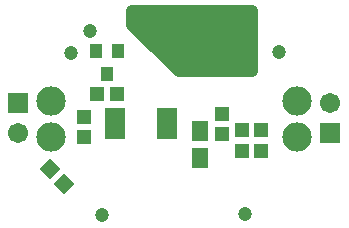
<source format=gts>
%FSAX24Y24*%
%MOIN*%
G70*
G01*
G75*
G04 Layer_Color=8388736*
%ADD10R,0.0500X0.0600*%
G04:AMPARAMS|DCode=11|XSize=39.4mil|YSize=43.3mil|CornerRadius=0mil|HoleSize=0mil|Usage=FLASHONLY|Rotation=225.000|XOffset=0mil|YOffset=0mil|HoleType=Round|Shape=Rectangle|*
%AMROTATEDRECTD11*
4,1,4,-0.0014,0.0292,0.0292,-0.0014,0.0014,-0.0292,-0.0292,0.0014,-0.0014,0.0292,0.0*
%
%ADD11ROTATEDRECTD11*%

%ADD12R,0.0394X0.0433*%
%ADD13R,0.0433X0.0394*%
%ADD14R,0.0310X0.0370*%
%ADD15R,0.0571X0.0177*%
%ADD16C,0.0197*%
%ADD17C,0.0118*%
%ADD18C,0.0900*%
%ADD19C,0.0591*%
%ADD20R,0.0591X0.0591*%
%ADD21C,0.0394*%
%ADD22C,0.7000*%
%ADD23C,0.0394*%
%ADD24C,0.0059*%
%ADD25C,0.0050*%
%ADD26C,0.0079*%
%ADD27C,0.0100*%
%ADD28R,0.0550X0.0650*%
%ADD29R,0.1050X0.0700*%
%ADD30R,0.2700X0.1700*%
%ADD31R,0.0580X0.0680*%
G04:AMPARAMS|DCode=32|XSize=47.4mil|YSize=51.3mil|CornerRadius=0mil|HoleSize=0mil|Usage=FLASHONLY|Rotation=225.000|XOffset=0mil|YOffset=0mil|HoleType=Round|Shape=Rectangle|*
%AMROTATEDRECTD32*
4,1,4,-0.0014,0.0349,0.0349,-0.0014,0.0014,-0.0349,-0.0349,0.0014,-0.0014,0.0349,0.0*
%
%ADD32ROTATEDRECTD32*%

%ADD33R,0.0474X0.0513*%
%ADD34R,0.0513X0.0474*%
%ADD35R,0.0390X0.0450*%
%ADD36R,0.0651X0.0257*%
%ADD37C,0.0980*%
%ADD38C,0.0671*%
%ADD39R,0.0671X0.0671*%
%ADD40C,0.0474*%
D23*
X004400Y006950D02*
Y007400D01*
Y006950D02*
X005950Y005400D01*
X004400Y007400D02*
X008400D01*
Y005400D02*
Y007400D01*
X005950Y005400D02*
X008400D01*
D28*
X005325Y006375D02*
D03*
D29*
X005075Y006900D02*
D03*
D30*
X006900Y006400D02*
D03*
D31*
X006650Y003400D02*
D03*
Y002500D02*
D03*
D32*
X002137Y001663D02*
D03*
X001663Y002137D02*
D03*
D33*
X007400Y003315D02*
D03*
Y003985D02*
D03*
X008700Y003435D02*
D03*
Y002765D02*
D03*
X008050Y002765D02*
D03*
Y003435D02*
D03*
X002800Y003885D02*
D03*
Y003215D02*
D03*
D34*
X003885Y004650D02*
D03*
X003215D02*
D03*
D35*
X003924Y006094D02*
D03*
X003176D02*
D03*
X003550Y005306D02*
D03*
D36*
X003834Y003266D02*
D03*
Y003522D02*
D03*
Y003778D02*
D03*
Y004034D02*
D03*
X005566Y003266D02*
D03*
Y003522D02*
D03*
Y003778D02*
D03*
Y004034D02*
D03*
D37*
X009900Y003200D02*
D03*
X001700Y004400D02*
D03*
X009900D02*
D03*
X001700Y003200D02*
D03*
D38*
X011000Y004350D02*
D03*
X000600Y003350D02*
D03*
D39*
X011000D02*
D03*
X000600Y004350D02*
D03*
D40*
X009300Y006050D02*
D03*
X003000Y006750D02*
D03*
X003400Y000600D02*
D03*
X008150Y000650D02*
D03*
X002350Y006000D02*
D03*
M02*

</source>
